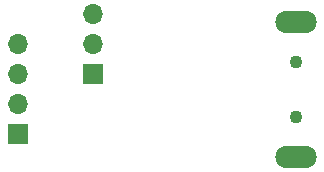
<source format=gbr>
%TF.GenerationSoftware,KiCad,Pcbnew,(6.0.0-0)*%
%TF.CreationDate,2021-12-29T11:26:30+08:00*%
%TF.ProjectId,HT42B534USB2UART,48543432-4235-4333-9455-534232554152,rev?*%
%TF.SameCoordinates,Original*%
%TF.FileFunction,Soldermask,Bot*%
%TF.FilePolarity,Negative*%
%FSLAX46Y46*%
G04 Gerber Fmt 4.6, Leading zero omitted, Abs format (unit mm)*
G04 Created by KiCad (PCBNEW (6.0.0-0)) date 2021-12-29 11:26:30*
%MOMM*%
%LPD*%
G01*
G04 APERTURE LIST*
%ADD10C,1.100000*%
%ADD11O,3.500000X1.900000*%
%ADD12R,1.700000X1.700000*%
%ADD13O,1.700000X1.700000*%
G04 APERTURE END LIST*
D10*
%TO.C,J1*%
X94700000Y-92470000D03*
X94700000Y-87870000D03*
D11*
X94700000Y-84470000D03*
X94700000Y-95870000D03*
%TD*%
D12*
%TO.C,J2*%
X71120000Y-93980000D03*
D13*
X71120000Y-91440000D03*
X71120000Y-88900000D03*
X71120000Y-86360000D03*
%TD*%
D12*
%TO.C,J3*%
X77470000Y-88900000D03*
D13*
X77470000Y-86360000D03*
X77470000Y-83820000D03*
%TD*%
M02*

</source>
